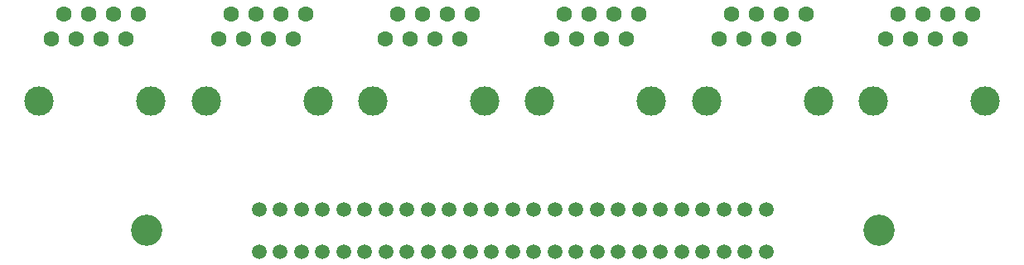
<source format=gts>
%TF.GenerationSoftware,KiCad,Pcbnew,8.0.1*%
%TF.CreationDate,2024-06-26T21:25:31+01:00*%
%TF.ProjectId,MINI_TRUNK_6_MAIN,4d494e49-5f54-4525-954e-4b5f365f4d41,rev?*%
%TF.SameCoordinates,Original*%
%TF.FileFunction,Soldermask,Top*%
%TF.FilePolarity,Negative*%
%FSLAX46Y46*%
G04 Gerber Fmt 4.6, Leading zero omitted, Abs format (unit mm)*
G04 Created by KiCad (PCBNEW 8.0.1) date 2024-06-26 21:25:31*
%MOMM*%
%LPD*%
G01*
G04 APERTURE LIST*
%ADD10C,3.000000*%
%ADD11C,1.600000*%
%ADD12C,3.200000*%
%ADD13C,1.500000*%
G04 APERTURE END LIST*
D10*
%TO.C,J3*%
X151118017Y-95543993D03*
X162548017Y-95543993D03*
D11*
X152388013Y-89193995D03*
X153658010Y-86654002D03*
X154928014Y-89193995D03*
X156198011Y-86654002D03*
X157468015Y-89193995D03*
X158738012Y-86654002D03*
X160008016Y-89193995D03*
X161278017Y-86654002D03*
%TD*%
D10*
%TO.C,J6*%
X202281019Y-95543993D03*
X213711019Y-95543993D03*
D11*
X203551015Y-89193995D03*
X204821012Y-86654002D03*
X206091016Y-89193995D03*
X207361013Y-86654002D03*
X208631017Y-89193995D03*
X209901014Y-86654002D03*
X211171018Y-89193995D03*
X212441019Y-86654002D03*
%TD*%
D10*
%TO.C,J5*%
X185226685Y-95543993D03*
X196656685Y-95543993D03*
D11*
X186496681Y-89193995D03*
X187766678Y-86654002D03*
X189036682Y-89193995D03*
X190306679Y-86654002D03*
X191576683Y-89193995D03*
X192846680Y-86654002D03*
X194116684Y-89193995D03*
X195386685Y-86654002D03*
%TD*%
D10*
%TO.C,J2*%
X134063683Y-95543993D03*
X145493683Y-95543993D03*
D11*
X135333679Y-89193995D03*
X136603676Y-86654002D03*
X137873680Y-89193995D03*
X139143677Y-86654002D03*
X140413681Y-89193995D03*
X141683678Y-86654002D03*
X142953682Y-89193995D03*
X144223683Y-86654002D03*
%TD*%
D10*
%TO.C,J4*%
X168172351Y-95543993D03*
X179602351Y-95543993D03*
D11*
X169442347Y-89193995D03*
X170712344Y-86654002D03*
X171982348Y-89193995D03*
X173252345Y-86654002D03*
X174522349Y-89193995D03*
X175792346Y-86654002D03*
X177062350Y-89193995D03*
X178332351Y-86654002D03*
%TD*%
D10*
%TO.C,J1*%
X117009349Y-95543993D03*
X128439349Y-95543993D03*
D11*
X118279345Y-89193995D03*
X119549342Y-86654002D03*
X120819346Y-89193995D03*
X122089343Y-86654002D03*
X123359347Y-89193995D03*
X124629344Y-86654002D03*
X125899348Y-89193995D03*
X127169349Y-86654002D03*
%TD*%
D12*
%TO.C,J7*%
X127980000Y-108790000D03*
X202830000Y-108790000D03*
D13*
X139485000Y-106645000D03*
X141645000Y-106645000D03*
X143805000Y-106645000D03*
X145965000Y-106645000D03*
X148125000Y-106645000D03*
X150285000Y-106645000D03*
X152445000Y-106645000D03*
X154605000Y-106645000D03*
X156765000Y-106645000D03*
X158925000Y-106645000D03*
X161085000Y-106645000D03*
X163245000Y-106645000D03*
X165405000Y-106645000D03*
X167565000Y-106645000D03*
X169725000Y-106645000D03*
X171885000Y-106645000D03*
X174045000Y-106645000D03*
X176205000Y-106645000D03*
X178365000Y-106645000D03*
X180525000Y-106645000D03*
X182685000Y-106645000D03*
X184845000Y-106645000D03*
X187005000Y-106645000D03*
X189165000Y-106645000D03*
X191325000Y-106645000D03*
X139485000Y-110935000D03*
X141645000Y-110935000D03*
X143805000Y-110935000D03*
X145965000Y-110935000D03*
X148125000Y-110935000D03*
X150285000Y-110935000D03*
X152445000Y-110935000D03*
X154605000Y-110935000D03*
X156765000Y-110935000D03*
X158925000Y-110935000D03*
X161085000Y-110935000D03*
X163245000Y-110935000D03*
X165405000Y-110935000D03*
X167565000Y-110935000D03*
X169725000Y-110935000D03*
X171885000Y-110935000D03*
X174045000Y-110935000D03*
X176205000Y-110935000D03*
X178365000Y-110935000D03*
X180525000Y-110935000D03*
X182685000Y-110935000D03*
X184845000Y-110935000D03*
X187005000Y-110935000D03*
X189165000Y-110935000D03*
X191325000Y-110935000D03*
%TD*%
M02*

</source>
